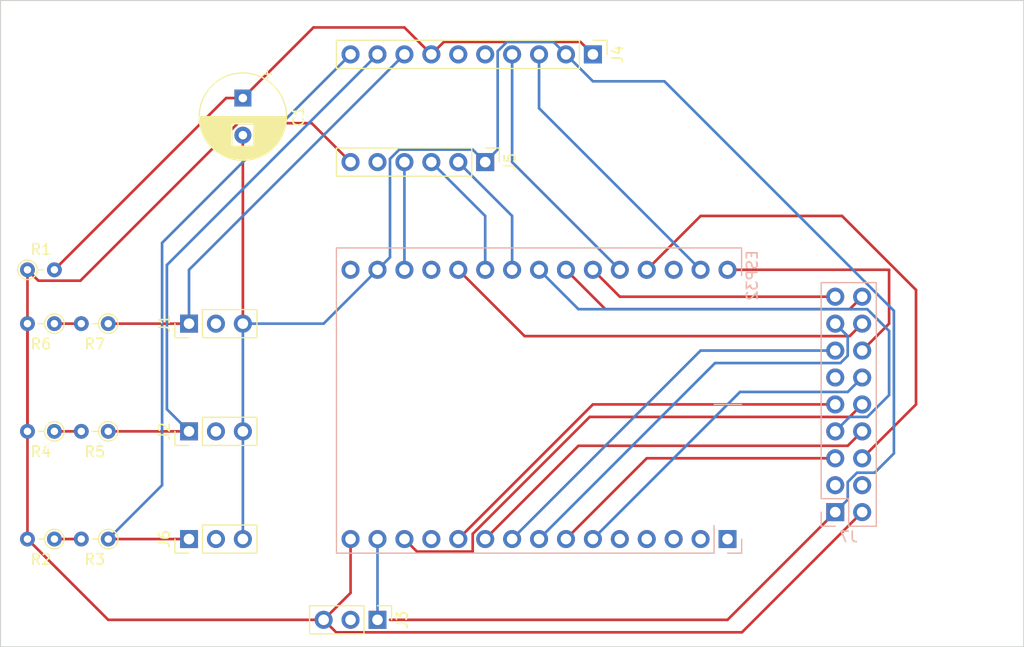
<source format=kicad_pcb>
(kicad_pcb (version 20221018) (generator pcbnew)
  (layers (0 "F.Cu" signal) (31 "B.Cu" signal) (34 "B.Paste" user) (35 "F.Paste" user) (36 "B.SilkS" user "B.Silkscreen") (37 "F.SilkS" user "F.Silkscreen") (38 "B.Mask" user) (39 "F.Mask" user) (44 "Edge.Cuts" user))
  (net 0 "")
  (net 3 "Net-(ESP32-GPIO3)")
  (net 4 "Net-(ESP32-GPIO4)")
  (net 5 "Net-(ESP32-GPIO5)")
  (net 7 "Net-(ESP32-GPIO13)")
  (net 8 "Net-(ESP32-GPIO14)")
  (net 9 "Net-(ESP32-GPIO15)")
  (net 10 "Net-(ESP32-GPIO16)")
  (net 11 "Net-(ESP32-GPIO17)")
  (net 12 "Net-(ESP32-GPIO18)")
  (net 13 "Net-(ESP32-GPIO19)")
  (net 14 "Net-(ESP32-GPIO21)")
  (net 15 "Net-(ESP32-GPIO22)")
  (net 16 "Net-(ESP32-GPIO23)")
  (net 17 "Net-(ESP32-GPIO25)")
  (net 18 "Net-(ESP32-GPIO26)")
  (net 19 "Net-(ESP32-GPIO27)")
  (net 20 "Net-(ESP32-5v_VIN)")
  (net 21 "Net-(R2-Pad1)")
  (net 22 "Net-(R4-Pad1)")
  (net 23 "Net-(R6-Pad1)")
  (net 24 "Net-(ESP32-GPIO33)")
  (net 25 "Net-(ESP32-GPIO32)")
  (net 31 "Net-(J4-A0)")
  (net 34 "Net-(J4-A3)")
  (net 40 "Net-(J1-GND)")
  (net 41 "Net-(J1-+)")
  (net 44 "Net-(J2-+)")
  (net 47 "Net-(J3-GND)")
  (footprint "Connector_PinHeader_2.54mm:PinHeader_1x03_P2.54mm_Vertical" (layer "F.Cu") (at 106.68 83.82 90)
    (fp_text reference "J2" (at 0 -2.33 90) (layer "F.SilkS"))
    (fp_text value "Probe1")
    (fp_line (start -1.33 -1.33) (end 0 -1.33) (stroke (width 0.12)) (layer "F.SilkS"))
    (fp_line (start -1.33 0) (end -1.33 -1.33) (stroke (width 0.12)) (layer "F.SilkS"))
    (fp_line (start -1.33 1.27) (end -1.33 6.41) (stroke (width 0.12)) (layer "F.SilkS"))
    (fp_line (start -1.33 1.27) (end 1.33 1.27) (stroke (width 0.12)) (layer "F.SilkS"))
    (fp_line (start -1.33 6.41) (end 1.33 6.41) (stroke (width 0.12)) (layer "F.SilkS"))
    (fp_line (start 1.33 1.27) (end 1.33 6.41) (stroke (width 0.12)) (layer "F.SilkS"))
    (pad "1" thru_hole rect (at 0 0 90) (size 1.7 1.7) (drill 1) (layers "*.Cu" "*.Mask") (net 44 "Net-(J2-+)"))
    (pad "2" thru_hole oval (at 0 2.54 90) (size 1.7 1.7) (drill 1) (layers "*.Cu" "*.Mask"))
    (pad "3" thru_hole oval (at 0 5.08 90) (size 1.7 1.7) (drill 1) (layers "*.Cu" "*.Mask") (net 40 "Net-(J1-GND)"))
  )
  (footprint "Connector_PinHeader_2.54mm:PinHeader_1x03_P2.54mm_Vertical" (layer "F.Cu") (at 106.68 93.98 90)
    (fp_text reference "J6" (at 0 -2.33 90) (layer "F.SilkS"))
    (fp_text value "Probe2")
    (fp_line (start -1.33 -1.33) (end 0 -1.33) (stroke (width 0.12)) (layer "F.SilkS"))
    (fp_line (start -1.33 0) (end -1.33 -1.33) (stroke (width 0.12)) (layer "F.SilkS"))
    (fp_line (start -1.33 1.27) (end -1.33 6.41) (stroke (width 0.12)) (layer "F.SilkS"))
    (fp_line (start -1.33 1.27) (end 1.33 1.27) (stroke (width 0.12)) (layer "F.SilkS"))
    (fp_line (start -1.33 6.41) (end 1.33 6.41) (stroke (width 0.12)) (layer "F.SilkS"))
    (fp_line (start 1.33 1.27) (end 1.33 6.41) (stroke (width 0.12)) (layer "F.SilkS"))
    (pad "1" thru_hole rect (at 0 0 90) (size 1.7 1.7) (drill 1) (layers "*.Cu" "*.Mask") (net 34 "Net-(J4-A3)"))
    (pad "2" thru_hole oval (at 0 2.54 90) (size 1.7 1.7) (drill 1) (layers "*.Cu" "*.Mask"))
    (pad "3" thru_hole oval (at 0 5.08 90) (size 1.7 1.7) (drill 1) (layers "*.Cu" "*.Mask") (net 40 "Net-(J1-GND)"))
  )
  (footprint "Connector_PinHeader_2.54mm:PinHeader_1x03_P2.54mm_Vertical" (layer "F.Cu") (at 106.68 73.66 90)
    (fp_text reference "J1" (at 0 -2.33 90) (layer "F.SilkS"))
    (fp_text value "TempMain")
    (fp_line (start -1.33 -1.33) (end 0 -1.33) (stroke (width 0.12)) (layer "F.SilkS"))
    (fp_line (start -1.33 0) (end -1.33 -1.33) (stroke (width 0.12)) (layer "F.SilkS"))
    (fp_line (start -1.33 1.27) (end -1.33 6.41) (stroke (width 0.12)) (layer "F.SilkS"))
    (fp_line (start -1.33 1.27) (end 1.33 1.27) (stroke (width 0.12)) (layer "F.SilkS"))
    (fp_line (start -1.33 6.41) (end 1.33 6.41) (stroke (width 0.12)) (layer "F.SilkS"))
    (fp_line (start 1.33 1.27) (end 1.33 6.41) (stroke (width 0.12)) (layer "F.SilkS"))
    (pad "1" thru_hole rect (at 0 0 90) (size 1.7 1.7) (drill 1) (layers "*.Cu" "*.Mask") (net 41 "Net-(J1-+)"))
    (pad "2" thru_hole oval (at 0 2.54 90) (size 1.7 1.7) (drill 1) (layers "*.Cu" "*.Mask"))
    (pad "3" thru_hole oval (at 0 5.08 90) (size 1.7 1.7) (drill 1) (layers "*.Cu" "*.Mask") (net 40 "Net-(J1-GND)"))
  )
  (footprint "Resistor_THT:R_Axial_DIN0204_L3.6mm_D1.6mm_P2.54mm_Vertical" (layer "F.Cu") (at 93.98 93.98 180)
    (fp_text reference "R2" (at 1.27 -1.92) (layer "F.SilkS"))
    (fp_text value "R_US")
    (fp_line (start 0.92 0) (end 1.54 0) (stroke (width 0.12)) (layer "F.SilkS"))
    (fp_circle (center 0 0) (end 0.92 0) (stroke (width 0.12)) (fill none) (layer "F.SilkS"))
    (pad "1" thru_hole circle (at 0 0 180) (size 1.4 1.4) (drill 0.7) (layers "*.Cu" "*.Mask") (net 21 "Net-(R2-Pad1)"))
    (pad "2" thru_hole oval (at 2.54 0 180) (size 1.4 1.4) (drill 0.7) (layers "*.Cu" "*.Mask") (net 20 "Net-(ESP32-5v_VIN)"))
  )
  (footprint "Resistor_THT:R_Axial_DIN0204_L3.6mm_D1.6mm_P2.54mm_Vertical" (layer "F.Cu") (at 99.06 93.98 180)
    (fp_text reference "R3" (at 1.27 -1.92) (layer "F.SilkS"))
    (fp_text value "R_US")
    (fp_line (start 0.92 0) (end 1.54 0) (stroke (width 0.12)) (layer "F.SilkS"))
    (fp_circle (center 0 0) (end 0.92 0) (stroke (width 0.12)) (fill none) (layer "F.SilkS"))
    (pad "1" thru_hole circle (at 0 0 180) (size 1.4 1.4) (drill 0.7) (layers "*.Cu" "*.Mask") (net 34 "Net-(J4-A3)"))
    (pad "2" thru_hole oval (at 2.54 0 180) (size 1.4 1.4) (drill 0.7) (layers "*.Cu" "*.Mask") (net 21 "Net-(R2-Pad1)"))
  )
  (footprint "Connector_PinHeader_2.54mm:PinHeader_1x06_P2.54mm_Vertical" (layer "F.Cu") (at 134.62 58.42 -90)
    (fp_text reference "J5" (at 0 -2.33 90) (layer "F.SilkS"))
    (fp_text value "RelayBoard")
    (fp_line (start -1.33 -1.33) (end 0 -1.33) (stroke (width 0.12)) (layer "F.SilkS"))
    (fp_line (start -1.33 0) (end -1.33 -1.33) (stroke (width 0.12)) (layer "F.SilkS"))
    (fp_line (start -1.33 1.27) (end -1.33 14.03) (stroke (width 0.12)) (layer "F.SilkS"))
    (fp_line (start -1.33 1.27) (end 1.33 1.27) (stroke (width 0.12)) (layer "F.SilkS"))
    (fp_line (start -1.33 14.03) (end 1.33 14.03) (stroke (width 0.12)) (layer "F.SilkS"))
    (fp_line (start 1.33 1.27) (end 1.33 14.03) (stroke (width 0.12)) (layer "F.SilkS"))
    (pad "1" thru_hole rect (at 0 0 270) (size 1.7 1.7) (drill 1) (layers "*.Cu" "*.Mask") (net 40 "Net-(J1-GND)"))
    (pad "2" thru_hole oval (at 0 2.54 270) (size 1.7 1.7) (drill 1) (layers "*.Cu" "*.Mask") (net 11 "Net-(ESP32-GPIO17)"))
    (pad "3" thru_hole oval (at 0 5.08 270) (size 1.7 1.7) (drill 1) (layers "*.Cu" "*.Mask") (net 10 "Net-(ESP32-GPIO16)"))
    (pad "4" thru_hole oval (at 0 7.62 270) (size 1.7 1.7) (drill 1) (layers "*.Cu" "*.Mask") (net 9 "Net-(ESP32-GPIO15)"))
    (pad "5" thru_hole oval (at 0 10.16 270) (size 1.7 1.7) (drill 1) (layers "*.Cu" "*.Mask"))
    (pad "6" thru_hole oval (at 0 12.7 270) (size 1.7 1.7) (drill 1) (layers "*.Cu" "*.Mask") (net 20 "Net-(ESP32-5v_VIN)"))
  )
  (footprint "Resistor_THT:R_Axial_DIN0204_L3.6mm_D1.6mm_P2.54mm_Vertical" (layer "F.Cu") (at 91.44 68.58)
    (fp_text reference "R1" (at 1.27 -1.92) (layer "F.SilkS"))
    (fp_text value "R_US")
    (fp_line (start 0.92 0) (end 1.54 0) (stroke (width 0.12)) (layer "F.SilkS"))
    (fp_circle (center 0 0) (end 0.92 0) (stroke (width 0.12)) (fill none) (layer "F.SilkS"))
    (pad "1" thru_hole circle (at 0 0) (size 1.4 1.4) (drill 0.7) (layers "*.Cu" "*.Mask") (net 20 "Net-(ESP32-5v_VIN)"))
    (pad "2" thru_hole oval (at 2.54 0) (size 1.4 1.4) (drill 0.7) (layers "*.Cu" "*.Mask") (net 31 "Net-(J4-A0)"))
  )
  (footprint "Resistor_THT:R_Axial_DIN0204_L3.6mm_D1.6mm_P2.54mm_Vertical" (layer "F.Cu") (at 99.06 73.66 180)
    (fp_text reference "R7" (at 1.27 -1.92) (layer "F.SilkS"))
    (fp_text value "R_US")
    (fp_line (start 0.92 0) (end 1.54 0) (stroke (width 0.12)) (layer "F.SilkS"))
    (fp_circle (center 0 0) (end 0.92 0) (stroke (width 0.12)) (fill none) (layer "F.SilkS"))
    (pad "1" thru_hole circle (at 0 0 180) (size 1.4 1.4) (drill 0.7) (layers "*.Cu" "*.Mask") (net 41 "Net-(J1-+)"))
    (pad "2" thru_hole oval (at 2.54 0 180) (size 1.4 1.4) (drill 0.7) (layers "*.Cu" "*.Mask") (net 23 "Net-(R6-Pad1)"))
  )
  (footprint "Resistor_THT:R_Axial_DIN0204_L3.6mm_D1.6mm_P2.54mm_Vertical" (layer "F.Cu") (at 93.98 83.82 180)
    (fp_text reference "R4" (at 1.27 -1.92) (layer "F.SilkS"))
    (fp_text value "R_US")
    (fp_line (start 0.92 0) (end 1.54 0) (stroke (width 0.12)) (layer "F.SilkS"))
    (fp_circle (center 0 0) (end 0.92 0) (stroke (width 0.12)) (fill none) (layer "F.SilkS"))
    (pad "1" thru_hole circle (at 0 0 180) (size 1.4 1.4) (drill 0.7) (layers "*.Cu" "*.Mask") (net 22 "Net-(R4-Pad1)"))
    (pad "2" thru_hole oval (at 2.54 0 180) (size 1.4 1.4) (drill 0.7) (layers "*.Cu" "*.Mask") (net 20 "Net-(ESP32-5v_VIN)"))
  )
  (footprint "Resistor_THT:R_Axial_DIN0204_L3.6mm_D1.6mm_P2.54mm_Vertical" (layer "F.Cu") (at 99.06 83.82 180)
    (fp_text reference "R5" (at 1.27 -1.92) (layer "F.SilkS"))
    (fp_text value "R_US")
    (fp_line (start 0.92 0) (end 1.54 0) (stroke (width 0.12)) (layer "F.SilkS"))
    (fp_circle (center 0 0) (end 0.92 0) (stroke (width 0.12)) (fill none) (layer "F.SilkS"))
    (pad "1" thru_hole circle (at 0 0 180) (size 1.4 1.4) (drill 0.7) (layers "*.Cu" "*.Mask") (net 44 "Net-(J2-+)"))
    (pad "2" thru_hole oval (at 2.54 0 180) (size 1.4 1.4) (drill 0.7) (layers "*.Cu" "*.Mask") (net 22 "Net-(R4-Pad1)"))
  )
  (footprint "Connector_PinHeader_2.54mm:PinHeader_1x03_P2.54mm_Vertical" (layer "F.Cu") (at 124.46 101.6 -90)
    (fp_text reference "J3" (at 0 -2.33 90) (layer "F.SilkS"))
    (fp_text value "PWR")
    (fp_line (start -1.33 -1.33) (end 0 -1.33) (stroke (width 0.12)) (layer "F.SilkS"))
    (fp_line (start -1.33 0) (end -1.33 -1.33) (stroke (width 0.12)) (layer "F.SilkS"))
    (fp_line (start -1.33 1.27) (end -1.33 6.41) (stroke (width 0.12)) (layer "F.SilkS"))
    (fp_line (start -1.33 1.27) (end 1.33 1.27) (stroke (width 0.12)) (layer "F.SilkS"))
    (fp_line (start -1.33 6.41) (end 1.33 6.41) (stroke (width 0.12)) (layer "F.SilkS"))
    (fp_line (start 1.33 1.27) (end 1.33 6.41) (stroke (width 0.12)) (layer "F.SilkS"))
    (pad "1" thru_hole rect (at 0 0 270) (size 1.7 1.7) (drill 1) (layers "*.Cu" "*.Mask") (net 47 "Net-(J3-GND)"))
    (pad "2" thru_hole oval (at 0 2.54 270) (size 1.7 1.7) (drill 1) (layers "*.Cu" "*.Mask"))
    (pad "3" thru_hole oval (at 0 5.08 270) (size 1.7 1.7) (drill 1) (layers "*.Cu" "*.Mask") (net 20 "Net-(ESP32-5v_VIN)"))
  )
  (footprint "Connector_PinHeader_2.54mm:PinHeader_1x10_P2.54mm_Vertical" (layer "F.Cu") (at 144.78 48.26 -90)
    (fp_text reference "J4" (at 0 -2.33 90) (layer "F.SilkS"))
    (fp_text value "ADSBoard")
    (fp_line (start -1.33 -1.33) (end 0 -1.33) (stroke (width 0.12)) (layer "F.SilkS"))
    (fp_line (start -1.33 0) (end -1.33 -1.33) (stroke (width 0.12)) (layer "F.SilkS"))
    (fp_line (start -1.33 1.27) (end -1.33 24.19) (stroke (width 0.12)) (layer "F.SilkS"))
    (fp_line (start -1.33 1.27) (end 1.33 1.27) (stroke (width 0.12)) (layer "F.SilkS"))
    (fp_line (start -1.33 24.19) (end 1.33 24.19) (stroke (width 0.12)) (layer "F.SilkS"))
    (fp_line (start 1.33 1.27) (end 1.33 24.19) (stroke (width 0.12)) (layer "F.SilkS"))
    (pad "1" thru_hole rect (at 0 0 270) (size 1.7 1.7) (drill 1) (layers "*.Cu" "*.Mask") (net 31 "Net-(J4-A0)"))
    (pad "2" thru_hole oval (at 0 2.54 270) (size 1.7 1.7) (drill 1) (layers "*.Cu" "*.Mask") (net 40 "Net-(J1-GND)"))
    (pad "3" thru_hole oval (at 0 5.08 270) (size 1.7 1.7) (drill 1) (layers "*.Cu" "*.Mask") (net 15 "Net-(ESP32-GPIO22)"))
    (pad "4" thru_hole oval (at 0 7.62 270) (size 1.7 1.7) (drill 1) (layers "*.Cu" "*.Mask") (net 14 "Net-(ESP32-GPIO21)"))
    (pad "5" thru_hole oval (at 0 10.16 270) (size 1.7 1.7) (drill 1) (layers "*.Cu" "*.Mask"))
    (pad "6" thru_hole oval (at 0 12.7 270) (size 1.7 1.7) (drill 1) (layers "*.Cu" "*.Mask"))
    (pad "7" thru_hole oval (at 0 15.24 270) (size 1.7 1.7) (drill 1) (layers "*.Cu" "*.Mask") (net 31 "Net-(J4-A0)"))
    (pad "8" thru_hole oval (at 0 17.78 270) (size 1.7 1.7) (drill 1) (layers "*.Cu" "*.Mask") (net 41 "Net-(J1-+)"))
    (pad "9" thru_hole oval (at 0 20.32 270) (size 1.7 1.7) (drill 1) (layers "*.Cu" "*.Mask") (net 44 "Net-(J2-+)"))
    (pad "10" thru_hole oval (at 0 22.86 270) (size 1.7 1.7) (drill 1) (layers "*.Cu" "*.Mask") (net 34 "Net-(J4-A3)"))
  )
  (footprint "Capacitor_THT:CP_Radial_D8.0mm_P3.50mm" (layer "F.Cu") (at 111.76 52.38 -90)
    (fp_text reference "C1" (at 1.75 -5.25 90) (layer "F.SilkS"))
    (fp_text value "C")
    (fp_line (start -2.659698 -2.315) (end -1.859698 -2.315) (stroke (width 0.12)) (layer "F.SilkS"))
    (fp_line (start -2.259698 -2.715) (end -2.259698 -1.915) (stroke (width 0.12)) (layer "F.SilkS"))
    (fp_line (start 1.75 -4.08) (end 1.75 4.08) (stroke (width 0.12)) (layer "F.SilkS"))
    (fp_line (start 1.79 -4.08) (end 1.79 4.08) (stroke (width 0.12)) (layer "F.SilkS"))
    (fp_line (start 1.83 -4.08) (end 1.83 4.08) (stroke (width 0.12)) (layer "F.SilkS"))
    (fp_line (start 1.87 -4.079) (end 1.87 4.079) (stroke (width 0.12)) (layer "F.SilkS"))
    (fp_line (start 1.91 -4.077) (end 1.91 4.077) (stroke (width 0.12)) (layer "F.SilkS"))
    (fp_line (start 1.95 -4.076) (end 1.95 4.076) (stroke (width 0.12)) (layer "F.SilkS"))
    (fp_line (start 1.99 -4.074) (end 1.99 4.074) (stroke (width 0.12)) (layer "F.SilkS"))
    (fp_line (start 2.03 -4.071) (end 2.03 4.071) (stroke (width 0.12)) (layer "F.SilkS"))
    (fp_line (start 2.07 -4.068) (end 2.07 4.068) (stroke (width 0.12)) (layer "F.SilkS"))
    (fp_line (start 2.11 -4.065) (end 2.11 4.065) (stroke (width 0.12)) (layer "F.SilkS"))
    (fp_line (start 2.15 -4.061) (end 2.15 4.061) (stroke (width 0.12)) (layer "F.SilkS"))
    (fp_line (start 2.19 -4.057) (end 2.19 4.057) (stroke (width 0.12)) (layer "F.SilkS"))
    (fp_line (start 2.23 -4.052) (end 2.23 4.052) (stroke (width 0.12)) (layer "F.SilkS"))
    (fp_line (start 2.27 -4.048) (end 2.27 4.048) (stroke (width 0.12)) (layer "F.SilkS"))
    (fp_line (start 2.31 -4.042) (end 2.31 4.042) (stroke (width 0.12)) (layer "F.SilkS"))
    (fp_line (start 2.35 -4.037) (end 2.35 4.037) (stroke (width 0.12)) (layer "F.SilkS"))
    (fp_line (start 2.39 -4.03) (end 2.39 4.03) (stroke (width 0.12)) (layer "F.SilkS"))
    (fp_line (start 2.43 -4.024) (end 2.43 4.024) (stroke (width 0.12)) (layer "F.SilkS"))
    (fp_line (start 2.471 -4.017) (end 2.471 -1.04) (stroke (width 0.12)) (layer "F.SilkS"))
    (fp_line (start 2.471 1.04) (end 2.471 4.017) (stroke (width 0.12)) (layer "F.SilkS"))
    (fp_line (start 2.511 -4.01) (end 2.511 -1.04) (stroke (width 0.12)) (layer "F.SilkS"))
    (fp_line (start 2.511 1.04) (end 2.511 4.01) (stroke (width 0.12)) (layer "F.SilkS"))
    (fp_line (start 2.551 -4.002) (end 2.551 -1.04) (stroke (width 0.12)) (layer "F.SilkS"))
    (fp_line (start 2.551 1.04) (end 2.551 4.002) (stroke (width 0.12)) (layer "F.SilkS"))
    (fp_line (start 2.591 -3.994) (end 2.591 -1.04) (stroke (width 0.12)) (layer "F.SilkS"))
    (fp_line (start 2.591 1.04) (end 2.591 3.994) (stroke (width 0.12)) (layer "F.SilkS"))
    (fp_line (start 2.631 -3.985) (end 2.631 -1.04) (stroke (width 0.12)) (layer "F.SilkS"))
    (fp_line (start 2.631 1.04) (end 2.631 3.985) (stroke (width 0.12)) (layer "F.SilkS"))
    (fp_line (start 2.671 -3.976) (end 2.671 -1.04) (stroke (width 0.12)) (layer "F.SilkS"))
    (fp_line (start 2.671 1.04) (end 2.671 3.976) (stroke (width 0.12)) (layer "F.SilkS"))
    (fp_line (start 2.711 -3.967) (end 2.711 -1.04) (stroke (width 0.12)) (layer "F.SilkS"))
    (fp_line (start 2.711 1.04) (end 2.711 3.967) (stroke (width 0.12)) (layer "F.SilkS"))
    (fp_line (start 2.751 -3.957) (end 2.751 -1.04) (stroke (width 0.12)) (layer "F.SilkS"))
    (fp_line (start 2.751 1.04) (end 2.751 3.957) (stroke (width 0.12)) (layer "F.SilkS"))
    (fp_line (start 2.791 -3.947) (end 2.791 -1.04) (stroke (width 0.12)) (layer "F.SilkS"))
    (fp_line (start 2.791 1.04) (end 2.791 3.947) (stroke (width 0.12)) (layer "F.SilkS"))
    (fp_line (start 2.831 -3.936) (end 2.831 -1.04) (stroke (width 0.12)) (layer "F.SilkS"))
    (fp_line (start 2.831 1.04) (end 2.831 3.936) (stroke (width 0.12)) (layer "F.SilkS"))
    (fp_line (start 2.871 -3.925) (end 2.871 -1.04) (stroke (width 0.12)) (layer "F.SilkS"))
    (fp_line (start 2.871 1.04) (end 2.871 3.925) (stroke (width 0.12)) (layer "F.SilkS"))
    (fp_line (start 2.911 -3.914) (end 2.911 -1.04) (stroke (width 0.12)) (layer "F.SilkS"))
    (fp_line (start 2.911 1.04) (end 2.911 3.914) (stroke (width 0.12)) (layer "F.SilkS"))
    (fp_line (start 2.951 -3.902) (end 2.951 -1.04) (stroke (width 0.12)) (layer "F.SilkS"))
    (fp_line (start 2.951 1.04) (end 2.951 3.902) (stroke (width 0.12)) (layer "F.SilkS"))
    (fp_line (start 2.991 -3.889) (end 2.991 -1.04) (stroke (width 0.12)) (layer "F.SilkS"))
    (fp_line (start 2.991 1.04) (end 2.991 3.889) (stroke (width 0.12)) (layer "F.SilkS"))
    (fp_line (start 3.031 -3.877) (end 3.031 -1.04) (stroke (width 0.12)) (layer "F.SilkS"))
    (fp_line (start 3.031 1.04) (end 3.031 3.877) (stroke (width 0.12)) (layer "F.SilkS"))
    (fp_line (start 3.071 -3.863) (end 3.071 -1.04) (stroke (width 0.12)) (layer "F.SilkS"))
    (fp_line (start 3.071 1.04) (end 3.071 3.863) (stroke (width 0.12)) (layer "F.SilkS"))
    (fp_line (start 3.111 -3.85) (end 3.111 -1.04) (stroke (width 0.12)) (layer "F.SilkS"))
    (fp_line (start 3.111 1.04) (end 3.111 3.85) (stroke (width 0.12)) (layer "F.SilkS"))
    (fp_line (start 3.151 -3.835) (end 3.151 -1.04) (stroke (width 0.12)) (layer "F.SilkS"))
    (fp_line (start 3.151 1.04) (end 3.151 3.835) (stroke (width 0.12)) (layer "F.SilkS"))
    (fp_line (start 3.191 -3.821) (end 3.191 -1.04) (stroke (width 0.12)) (layer "F.SilkS"))
    (fp_line (start 3.191 1.04) (end 3.191 3.821) (stroke (width 0.12)) (layer "F.SilkS"))
    (fp_line (start 3.231 -3.805) (end 3.231 -1.04) (stroke (width 0.12)) (layer "F.SilkS"))
    (fp_line (start 3.231 1.04) (end 3.231 3.805) (stroke (width 0.12)) (layer "F.SilkS"))
    (fp_line (start 3.271 -3.79) (end 3.271 -1.04) (stroke (width 0.12)) (layer "F.SilkS"))
    (fp_line (start 3.271 1.04) (end 3.271 3.79) (stroke (width 0.12)) (layer "F.SilkS"))
    (fp_line (start 3.311 -3.774) (end 3.311 -1.04) (stroke (width 0.12)) (layer "F.SilkS"))
    (fp_line (start 3.311 1.04) (end 3.311 3.774) (stroke (width 0.12)) (layer "F.SilkS"))
    (fp_line (start 3.351 -3.757) (end 3.351 -1.04) (stroke (width 0.12)) (layer "F.SilkS"))
    (fp_line (start 3.351 1.04) (end 3.351 3.757) (stroke (width 0.12)) (layer "F.SilkS"))
    (fp_line (start 3.391 -3.74) (end 3.391 -1.04) (stroke (width 0.12)) (layer "F.SilkS"))
    (fp_line (start 3.391 1.04) (end 3.391 3.74) (stroke (width 0.12)) (layer "F.SilkS"))
    (fp_line (start 3.431 -3.722) (end 3.431 -1.04) (stroke (width 0.12)) (layer "F.SilkS"))
    (fp_line (start 3.431 1.04) (end 3.431 3.722) (stroke (width 0.12)) (layer "F.SilkS"))
    (fp_line (start 3.471 -3.704) (end 3.471 -1.04) (stroke (width 0.12)) (layer "F.SilkS"))
    (fp_line (start 3.471 1.04) (end 3.471 3.704) (stroke (width 0.12)) (layer "F.SilkS"))
    (fp_line (start 3.511 -3.686) (end 3.511 -1.04) (stroke (width 0.12)) (layer "F.SilkS"))
    (fp_line (start 3.511 1.04) (end 3.511 3.686) (stroke (width 0.12)) (layer "F.SilkS"))
    (fp_line (start 3.551 -3.666) (end 3.551 -1.04) (stroke (width 0.12)) (layer "F.SilkS"))
    (fp_line (start 3.551 1.04) (end 3.551 3.666) (stroke (width 0.12)) (layer "F.SilkS"))
    (fp_line (start 3.591 -3.647) (end 3.591 -1.04) (stroke (width 0.12)) (layer "F.SilkS"))
    (fp_line (start 3.591 1.04) (end 3.591 3.647) (stroke (width 0.12)) (layer "F.SilkS"))
    (fp_line (start 3.631 -3.627) (end 3.631 -1.04) (stroke (width 0.12)) (layer "F.SilkS"))
    (fp_line (start 3.631 1.04) (end 3.631 3.627) (stroke (width 0.12)) (layer "F.SilkS"))
    (fp_line (start 3.671 -3.606) (end 3.671 -1.04) (stroke (width 0.12)) (layer "F.SilkS"))
    (fp_line (start 3.671 1.04) (end 3.671 3.606) (stroke (width 0.12)) (layer "F.SilkS"))
    (fp_line (start 3.711 -3.584) (end 3.711 -1.04) (stroke (width 0.12)) (layer "F.SilkS"))
    (fp_line (start 3.711 1.04) (end 3.711 3.584) (stroke (width 0.12)) (layer "F.SilkS"))
    (fp_line (start 3.751 -3.562) (end 3.751 -1.04) (stroke (width 0.12)) (layer "F.SilkS"))
    (fp_line (start 3.751 1.04) (end 3.751 3.562) (stroke (width 0.12)) (layer "F.SilkS"))
    (fp_line (start 3.791 -3.54) (end 3.791 -1.04) (stroke (width 0.12)) (layer "F.SilkS"))
    (fp_line (start 3.791 1.04) (end 3.791 3.54) (stroke (width 0.12)) (layer "F.SilkS"))
    (fp_line (start 3.831 -3.517) (end 3.831 -1.04) (stroke (width 0.12)) (layer "F.SilkS"))
    (fp_line (start 3.831 1.04) (end 3.831 3.517) (stroke (width 0.12)) (layer "F.SilkS"))
    (fp_line (start 3.871 -3.493) (end 3.871 -1.04) (stroke (width 0.12)) (layer "F.SilkS"))
    (fp_line (start 3.871 1.04) (end 3.871 3.493) (stroke (width 0.12)) (layer "F.SilkS"))
    (fp_line (start 3.911 -3.469) (end 3.911 -1.04) (stroke (width 0.12)) (layer "F.SilkS"))
    (fp_line (start 3.911 1.04) (end 3.911 3.469) (stroke (width 0.12)) (layer "F.SilkS"))
    (fp_line (start 3.951 -3.444) (end 3.951 -1.04) (stroke (width 0.12)) (layer "F.SilkS"))
    (fp_line (start 3.951 1.04) (end 3.951 3.444) (stroke (width 0.12)) (layer "F.SilkS"))
    (fp_line (start 3.991 -3.418) (end 3.991 -1.04) (stroke (width 0.12)) (layer "F.SilkS"))
    (fp_line (start 3.991 1.04) (end 3.991 3.418) (stroke (width 0.12)) (layer "F.SilkS"))
    (fp_line (start 4.031 -3.392) (end 4.031 -1.04) (stroke (width 0.12)) (layer "F.SilkS"))
    (fp_line (start 4.031 1.04) (end 4.031 3.392) (stroke (width 0.12)) (layer "F.SilkS"))
    (fp_line (start 4.071 -3.365) (end 4.071 -1.04) (stroke (width 0.12)) (layer "F.SilkS"))
    (fp_line (start 4.071 1.04) (end 4.071 3.365) (stroke (width 0.12)) (layer "F.SilkS"))
    (fp_line (start 4.111 -3.338) (end 4.111 -1.04) (stroke (width 0.12)) (layer "F.SilkS"))
    (fp_line (start 4.111 1.04) (end 4.111 3.338) (stroke (width 0.12)) (layer "F.SilkS"))
    (fp_line (start 4.151 -3.309) (end 4.151 -1.04) (stroke (width 0.12)) (layer "F.SilkS"))
    (fp_line (start 4.151 1.04) (end 4.151 3.309) (stroke (width 0.12)) (layer "F.SilkS"))
    (fp_line (start 4.191 -3.28) (end 4.191 -1.04) (stroke (width 0.12)) (layer "F.SilkS"))
    (fp_line (start 4.191 1.04) (end 4.191 3.28) (stroke (width 0.12)) (layer "F.SilkS"))
    (fp_line (start 4.231 -3.25) (end 4.231 -1.04) (stroke (width 0.12)) (layer "F.SilkS"))
    (fp_line (start 4.231 1.04) (end 4.231 3.25) (stroke (width 0.12)) (layer "F.SilkS"))
    (fp_line (start 4.271 -3.22) (end 4.271 -1.04) (stroke (width 0.12)) (layer "F.SilkS"))
    (fp_line (start 4.271 1.04) (end 4.271 3.22) (stroke (width 0.12)) (layer "F.SilkS"))
    (fp_line (start 4.311 -3.189) (end 4.311 -1.04) (stroke (width 0.12)) (layer "F.SilkS"))
    (fp_line (start 4.311 1.04) (end 4.311 3.189) (stroke (width 0.12)) (layer "F.SilkS"))
    (fp_line (start 4.351 -3.156) (end 4.351 -1.04) (stroke (width 0.12)) (layer "F.SilkS"))
    (fp_line (start 4.351 1.04) (end 4.351 3.156) (stroke (width 0.12)) (layer "F.SilkS"))
    (fp_line (start 4.391 -3.124) (end 4.391 -1.04) (stroke (width 0.12)) (layer "F.SilkS"))
    (fp_line (start 4.391 1.04) (end 4.391 3.124) (stroke (width 0.12)) (layer "F.SilkS"))
    (fp_line (start 4.431 -3.09) (end 4.431 -1.04) (stroke (width 0.12)) (layer "F.SilkS"))
    (fp_line (start 4.431 1.04) (end 4.431 3.09) (stroke (width 0.12)) (layer "F.SilkS"))
    (fp_line (start 4.471 -3.055) (end 4.471 -1.04) (stroke (width 0.12)) (layer "F.SilkS"))
    (fp_line (start 4.471 1.04) (end 4.471 3.055) (stroke (width 0.12)) (layer "F.SilkS"))
    (fp_line (start 4.511 -3.019) (end 4.511 -1.04) (stroke (width 0.12)) (layer "F.SilkS"))
    (fp_line (start 4.511 1.04) (end 4.511 3.019) (stroke (width 0.12)) (layer "F.SilkS"))
    (fp_line (start 4.551 -2.983) (end 4.551 2.983) (stroke (width 0.12)) (layer "F.SilkS"))
    (fp_line (start 4.591 -2.945) (end 4.591 2.945) (stroke (width 0.12)) (layer "F.SilkS"))
    (fp_line (start 4.631 -2.907) (end 4.631 2.907) (stroke (width 0.12)) (layer "F.SilkS"))
    (fp_line (start 4.671 -2.867) (end 4.671 2.867) (stroke (width 0.12)) (layer "F.SilkS"))
    (fp_line (start 4.711 -2.826) (end 4.711 2.826) (stroke (width 0.12)) (layer "F.SilkS"))
    (fp_line (start 4.751 -2.784) (end 4.751 2.784) (stroke (width 0.12)) (layer "F.SilkS"))
    (fp_line (start 4.791 -2.741) (end 4.791 2.741) (stroke (width 0.12)) (layer "F.SilkS"))
    (fp_line (start 4.831 -2.697) (end 4.831 2.697) (stroke (width 0.12)) (layer "F.SilkS"))
    (fp_line (start 4.871 -2.651) (end 4.871 2.651) (stroke (width 0.12)) (layer "F.SilkS"))
    (fp_line (start 4.911 -2.604) (end 4.911 2.604) (stroke (width 0.12)) (layer "F.SilkS"))
    (fp_line (start 4.951 -2.556) (end 4.951 2.556) (stroke (width 0.12)) (layer "F.SilkS"))
    (fp_line (start 4.991 -2.505) (end 4.991 2.505) (stroke (width 0.12)) (layer "F.SilkS"))
    (fp_line (start 5.031 -2.454) (end 5.031 2.454) (stroke (width 0.12)) (layer "F.SilkS"))
    (fp_line (start 5.071 -2.4) (end 5.071 2.4) (stroke (width 0.12)) (layer "F.SilkS"))
    (fp_line (start 5.111 -2.345) (end 5.111 2.345) (stroke (width 0.12)) (layer "F.SilkS"))
    (fp_line (start 5.151 -2.287) (end 5.151 2.287) (stroke (width 0.12)) (layer "F.SilkS"))
    (fp_line (start 5.191 -2.228) (end 5.191 2.228) (stroke (width 0.12)) (layer "F.SilkS"))
    (fp_line (start 5.231 -2.166) (end 5.231 2.166) (stroke (width 0.12)) (layer "F.SilkS"))
    (fp_line (start 5.271 -2.102) (end 5.271 2.102) (stroke (width 0.12)) (layer "F.SilkS"))
    (fp_line (start 5.311 -2.034) (end 5.311 2.034) (stroke (width 0.12)) (layer "F.SilkS"))
    (fp_line (start 5.351 -1.964) (end 5.351 1.964) (stroke (width 0.12)) (layer "F.SilkS"))
    (fp_line (start 5.391 -1.89) (end 5.391 1.89) (stroke (width 0.12)) (layer "F.SilkS"))
    (fp_line (start 5.431 -1.813) (end 5.431 1.813) (stroke (width 0.12)) (layer "F.SilkS"))
    (fp_line (start 5.471 -1.731) (end 5.471 1.731) (stroke (width 0.12)) (layer "F.SilkS"))
    (fp_line (start 5.511 -1.645) (end 5.511 1.645) (stroke (width 0.12)) (layer "F.SilkS"))
    (fp_line (start 5.551 -1.552) (end 5.551 1.552) (stroke (width 0.12)) (layer "F.SilkS"))
    (fp_line (start 5.591 -1.453) (end 5.591 1.453) (stroke (width 0.12)) (layer "F.SilkS"))
    (fp_line (start 5.631 -1.346) (end 5.631 1.346) (stroke (width 0.12)) (layer "F.SilkS"))
    (fp_line (start 5.671 -1.229) (end 5.671 1.229) (stroke (width 0.12)) (layer "F.SilkS"))
    (fp_line (start 5.711 -1.098) (end 5.711 1.098) (stroke (width 0.12)) (layer "F.SilkS"))
    (fp_line (start 5.751 -0.948) (end 5.751 0.948) (stroke (width 0.12)) (layer "F.SilkS"))
    (fp_line (start 5.791 -0.768) (end 5.791 0.768) (stroke (width 0.12)) (layer "F.SilkS"))
    (fp_line (start 5.831 -0.533) (end 5.831 0.533) (stroke (width 0.12)) (layer "F.SilkS"))
    (fp_circle (center 1.75 0) (end 5.87 0) (stroke (width 0.12)) (fill none) (layer "F.SilkS"))
    (pad "1" thru_hole rect (at 0 0 270) (size 1.6 1.6) (drill 0.8) (layers "*.Cu" "*.Mask") (net 31 "Net-(J4-A0)"))
    (pad "2" thru_hole circle (at 3.5 0 270) (size 1.6 1.6) (drill 0.8) (layers "*.Cu" "*.Mask") (net 40 "Net-(J1-GND)"))
  )
  (footprint "Resistor_THT:R_Axial_DIN0204_L3.6mm_D1.6mm_P2.54mm_Vertical" (layer "F.Cu") (at 93.98 73.66 180)
    (fp_text reference "R6" (at 1.27 -1.92) (layer "F.SilkS"))
    (fp_text value "R_US")
    (fp_line (start 0.92 0) (end 1.54 0) (stroke (width 0.12)) (layer "F.SilkS"))
    (fp_circle (center 0 0) (end 0.92 0) (stroke (width 0.12)) (fill none) (layer "F.SilkS"))
    (pad "1" thru_hole circle (at 0 0 180) (size 1.4 1.4) (drill 0.7) (layers "*.Cu" "*.Mask") (net 23 "Net-(R6-Pad1)"))
    (pad "2" thru_hole oval (at 2.54 0 180) (size 1.4 1.4) (drill 0.7) (layers "*.Cu" "*.Mask") (net 20 "Net-(ESP32-5v_VIN)"))
  )
  (footprint "esp32 pinheader:ESP32 PinHeader_2x15_P2.54mm_Vertical" (layer "B.Cu") (at 157.48 93.98 90)
    (fp_text reference "ESP32" (at 24.86 2.325 90) (layer "B.SilkS") (effects (justify mirror)))
    (fp_text value "J1")
    (fp_line (start -1.33 -36.89) (end 27.46 -36.895) (stroke (width 0.12)) (layer "B.SilkS"))
    (fp_line (start -1.33 -1.27) (end -1.33 -36.89) (stroke (width 0.12)) (layer "B.SilkS"))
    (fp_line (start -1.33 -1.27) (end 1.27 -1.27) (stroke (width 0.12)) (layer "B.SilkS"))
    (fp_line (start -1.33 0) (end -1.33 1.33) (stroke (width 0.12)) (layer "B.SilkS"))
    (fp_line (start -1.33 1.33) (end 0 1.33) (stroke (width 0.12)) (layer "B.SilkS"))
    (fp_line (start 12.7 -1.27) (end 12.7 1.33) (stroke (width 0.12)) (layer "B.SilkS"))
    (fp_line (start 24.86 1.325) (end 27.46 1.325) (stroke (width 0.12)) (layer "B.SilkS"))
    (fp_line (start 27.46 1.325) (end 27.46 -36.895) (stroke (width 0.12)) (layer "B.SilkS"))
    (pad "1" thru_hole oval (at 25.4 -5.08 90) (size 1.7 1.7) (drill 1) (layers "*.Cu" "*.Mask"))
    (pad "2" thru_hole oval (at 25.4 -27.94 90) (size 1.7 1.7) (drill 1) (layers "*.Cu" "*.Mask"))
    (pad "3" thru_hole oval (at 25.4 -7.62 90) (size 1.7 1.7) (drill 1) (layers "*.Cu" "*.Mask") (net 3 "Net-(ESP32-GPIO3)"))
    (pad "4" thru_hole oval (at 25.4 -25.4 90) (size 1.7 1.7) (drill 1) (layers "*.Cu" "*.Mask") (net 4 "Net-(ESP32-GPIO4)"))
    (pad "5" thru_hole oval (at 25.4 -17.78 90) (size 1.7 1.7) (drill 1) (layers "*.Cu" "*.Mask") (net 5 "Net-(ESP32-GPIO5)"))
    (pad "12" thru_hole oval (at 0 -27.94 90) (size 1.7 1.7) (drill 1) (layers "*.Cu" "*.Mask"))
    (pad "13" thru_hole oval (at 0 -30.48 90) (size 1.7 1.7) (drill 1) (layers "*.Cu" "*.Mask") (net 7 "Net-(ESP32-GPIO13)"))
    (pad "14" thru_hole oval (at 0 -25.4 90) (size 1.7 1.7) (drill 1) (layers "*.Cu" "*.Mask") (net 8 "Net-(ESP32-GPIO14)"))
    (pad "15" thru_hole oval (at 25.4 -30.48 90) (size 1.7 1.7) (drill 1) (layers "*.Cu" "*.Mask") (net 9 "Net-(ESP32-GPIO15)"))
    (pad "16" thru_hole oval (at 25.4 -22.86 90) (size 1.7 1.7) (drill 1) (layers "*.Cu" "*.Mask") (net 10 "Net-(ESP32-GPIO16)"))
    (pad "17" thru_hole oval (at 25.4 -20.32 90) (size 1.7 1.7) (drill 1) (layers "*.Cu" "*.Mask") (net 11 "Net-(ESP32-GPIO17)"))
    (pad "18" thru_hole oval (at 25.4 -15.24 90) (size 1.7 1.7) (drill 1) (layers "*.Cu" "*.Mask") (net 12 "Net-(ESP32-GPIO18)"))
    (pad "19" thru_hole oval (at 25.4 -12.7 90) (size 1.7 1.7) (drill 1) (layers "*.Cu" "*.Mask") (net 13 "Net-(ESP32-GPIO19)"))
    (pad "21" thru_hole oval (at 25.4 -10.16 90) (size 1.7 1.7) (drill 1) (layers "*.Cu" "*.Mask") (net 14 "Net-(ESP32-GPIO21)"))
    (pad "22" thru_hole oval (at 25.4 -2.54 90) (size 1.7 1.7) (drill 1) (layers "*.Cu" "*.Mask") (net 15 "Net-(ESP32-GPIO22)"))
    (pad "23" thru_hole oval (at 25.4 0 90) (size 1.7 1.7) (drill 1) (layers "*.Cu" "*.Mask") (net 16 "Net-(ESP32-GPIO23)"))
    (pad "25" thru_hole oval (at 0 -17.78 90) (size 1.7 1.7) (drill 1) (layers "*.Cu" "*.Mask") (net 17 "Net-(ESP32-GPIO25)"))
    (pad "26" thru_hole oval (at 0 -20.32 90) (size 1.7 1.7) (drill 1) (layers "*.Cu" "*.Mask") (net 18 "Net-(ESP32-GPIO26)"))
    (pad "27" thru_hole oval (at 0 -22.86 90) (size 1.7 1.7) (drill 1) (layers "*.Cu" "*.Mask") (net 19 "Net-(ESP32-GPIO27)"))
    (pad "32" thru_hole oval (at 0 -12.7 90) (size 1.7 1.7) (drill 1) (layers "*.Cu" "*.Mask") (net 25 "Net-(ESP32-GPIO32)"))
    (pad "33" thru_hole oval (at 0 -15.24 90) (size 1.7 1.7) (drill 1) (layers "*.Cu" "*.Mask") (net 24 "Net-(ESP32-GPIO33)"))
    (pad "34" thru_hole oval (at 0 -7.62 90) (size 1.7 1.7) (drill 1) (layers "*.Cu" "*.Mask"))
    (pad "35" thru_hole oval (at 0 -10.16 90) (size 1.7 1.7) (drill 1) (layers "*.Cu" "*.Mask"))
    (pad "36" thru_hole oval (at 0 -2.54 90) (size 1.7 1.7) (drill 1) (layers "*.Cu" "*.Mask"))
    (pad "39" thru_hole oval (at 0 -5.08 90) (size 1.7 1.7) (drill 1) (layers "*.Cu" "*.Mask"))
    (pad "60" thru_hole rect (at 0 0 90) (size 1.7 1.7) (drill 1) (layers "*.Cu" "*.Mask"))
    (pad "61" thru_hole oval (at 0 -33.02 90) (size 1.7 1.7) (drill 1) (layers "*.Cu" "*.Mask") (net 47 "Net-(J3-GND)"))
    (pad "62" thru_hole oval (at 25.4 -33.02 90) (size 1.7 1.7) (drill 1) (layers "*.Cu" "*.Mask") (net 40 "Net-(J1-GND)"))
    (pad "63" thru_hole oval (at 0 -35.56 90) (size 1.7 1.7) (drill 1) (layers "*.Cu" "*.Mask") (net 20 "Net-(ESP32-5v_VIN)"))
    (pad "64" thru_hole oval (at 25.4 -35.56 90) (size 1.7 1.7) (drill 1) (layers "*.Cu" "*.Mask"))
  )
  (footprint "Connector_PinHeader_2.54mm:PinHeader_2x09_P2.54mm_Vertical" (layer "B.Cu") (at 167.64 91.44)
    (fp_text reference "J7" (at 1.27 2.33 -360) (layer "B.SilkS") (effects (justify mirror)))
    (fp_text value "BTTBoard")
    (fp_line (start -1.33 -21.65) (end 3.87 -21.65) (stroke (width 0.12)) (layer "B.SilkS"))
    (fp_line (start -1.33 -1.27) (end -1.33 -21.65) (stroke (width 0.12)) (layer "B.SilkS"))
    (fp_line (start -1.33 -1.27) (end 1.27 -1.27) (stroke (width 0.12)) (layer "B.SilkS"))
    (fp_line (start -1.33 0) (end -1.33 1.33) (stroke (width 0.12)) (layer "B.SilkS"))
    (fp_line (start -1.33 1.33) (end 0 1.33) (stroke (width 0.12)) (layer "B.SilkS"))
    (fp_line (start 1.27 -1.27) (end 1.27 1.33) (stroke (width 0.12)) (layer "B.SilkS"))
    (fp_line (start 1.27 1.33) (end 3.87 1.33) (stroke (width 0.12)) (layer "B.SilkS"))
    (fp_line (start 3.87 1.33) (end 3.87 -21.65) (stroke (width 0.12)) (layer "B.SilkS"))
    (pad "1" thru_hole rect (at 0 0) (size 1.7 1.7) (drill 1) (layers "*.Cu" "*.Mask") (net 40 "Net-(J1-GND)"))
    (pad "2" thru_hole oval (at 2.54 0) (size 1.7 1.7) (drill 1) (layers "*.Cu" "*.Mask") (net 20 "Net-(ESP32-5v_VIN)"))
    (pad "3" thru_hole oval (at 0 -2.54) (size 1.7 1.7) (drill 1) (layers "*.Cu" "*.Mask"))
    (pad "4" thru_hole oval (at 2.54 -2.54) (size 1.7 1.7) (drill 1) (layers "*.Cu" "*.Mask"))
    (pad "5" thru_hole oval (at 0 -5.08) (size 1.7 1.7) (drill 1) (layers "*.Cu" "*.Mask") (net 24 "Net-(ESP32-GPIO33)"))
    (pad "6" thru_hole oval (at 2.54 -5.08) (size 1.7 1.7) (drill 1) (layers "*.Cu" "*.Mask") (net 3 "Net-(ESP32-GPIO3)"))
    (pad "7" thru_hole oval (at 0 -7.62) (size 1.7 1.7) (drill 1) (layers "*.Cu" "*.Mask") (net 5 "Net-(ESP32-GPIO5)"))
    (pad "8" thru_hole oval (at 2.54 -7.62) (size 1.7 1.7) (drill 1) (layers "*.Cu" "*.Mask") (net 19 "Net-(ESP32-GPIO27)"))
    (pad "9" thru_hole oval (at 0 -10.16) (size 1.7 1.7) (drill 1) (layers "*.Cu" "*.Mask") (net 8 "Net-(ESP32-GPIO14)"))
    (pad "10" thru_hole oval (at 2.54 -10.16) (size 1.7 1.7) (drill 1) (layers "*.Cu" "*.Mask") (net 7 "Net-(ESP32-GPIO13)"))
    (pad "11" thru_hole oval (at 0 -12.7) (size 1.7 1.7) (drill 1) (layers "*.Cu" "*.Mask"))
    (pad "12" thru_hole oval (at 2.54 -12.7) (size 1.7 1.7) (drill 1) (layers "*.Cu" "*.Mask") (net 25 "Net-(ESP32-GPIO32)"))
    (pad "13" thru_hole oval (at 0 -15.24) (size 1.7 1.7) (drill 1) (layers "*.Cu" "*.Mask") (net 18 "Net-(ESP32-GPIO26)"))
    (pad "14" thru_hole oval (at 2.54 -15.24) (size 1.7 1.7) (drill 1) (layers "*.Cu" "*.Mask") (net 16 "Net-(ESP32-GPIO23)"))
    (pad "15" thru_hole oval (at 0 -17.78) (size 1.7 1.7) (drill 1) (layers "*.Cu" "*.Mask") (net 17 "Net-(ESP32-GPIO25)"))
    (pad "16" thru_hole oval (at 2.54 -17.78) (size 1.7 1.7) (drill 1) (layers "*.Cu" "*.Mask") (net 4 "Net-(ESP32-GPIO4)"))
    (pad "17" thru_hole oval (at 0 -20.32) (size 1.7 1.7) (drill 1) (layers "*.Cu" "*.Mask") (net 13 "Net-(ESP32-GPIO19)"))
    (pad "18" thru_hole oval (at 2.54 -20.32) (size 1.7 1.7) (drill 1) (layers "*.Cu" "*.Mask") (net 12 "Net-(ESP32-GPIO18)"))
  )
  (gr_rect (start 88.9 43.18) (end 185.42 104.14) (stroke (width 0.1)) (fill none) (layer "Edge.Cuts"))
  (segment (start 149.86 68.58) (end 154.94 63.5) (width 0.25) (layer "F.Cu") (net 3))
  (segment (start 168.280922 63.5) (end 175.26 70.479078) (width 0.25) (layer "F.Cu") (net 3))
  (segment (start 175.26 70.479078) (end 175.26 81.28) (width 0.25) (layer "F.Cu") (net 3))
  (segment (start 175.26 81.28) (end 170.18 86.36) (width 0.25) (layer "F.Cu") (net 3))
  (segment (start 154.94 63.5) (end 168.280922 63.5) (width 0.25) (layer "F.Cu") (net 3))
  (segment (start 132.08 68.58) (end 138.3382 74.8382) (width 0.25) (layer "F.Cu") (net 4))
  (segment (start 138.3382 74.8382) (end 169.0018 74.8382) (width 0.25) (layer "F.Cu") (net 4))
  (segment (start 169.0018 74.8382) (end 170.18 73.66) (width 0.25) (layer "F.Cu") (net 4))
  (segment (start 170.668027 72.2982) (end 143.4182 72.2982) (width 0.25) (layer "B.Cu") (net 5))
  (segment (start 167.64 83.82) (end 169.0018 82.4582) (width 0.25) (layer "B.Cu") (net 5))
  (segment (start 172.72 80.406227) (end 172.72 74.350173) (width 0.25) (layer "B.Cu") (net 5))
  (segment (start 170.668027 82.4582) (end 172.72 80.406227) (width 0.25) (layer "B.Cu") (net 5))
  (segment (start 172.72 74.350173) (end 170.668027 72.2982) (width 0.25) (layer "B.Cu") (net 5))
  (segment (start 143.4182 72.2982) (end 139.7 68.58) (width 0.25) (layer "B.Cu") (net 5))
  (segment (start 169.0018 82.4582) (end 170.668027 82.4582) (width 0.25) (layer "B.Cu") (net 5))
  (segment (start 144.475573 82.4582) (end 169.0018 82.4582) (width 0.25) (layer "F.Cu") (net 7))
  (segment (start 133.4418 93.491973) (end 144.475573 82.4582) (width 0.25) (layer "F.Cu") (net 7))
  (segment (start 169.0018 82.4582) (end 170.18 81.28) (width 0.25) (layer "F.Cu") (net 7))
  (segment (start 127 93.98) (end 128.1782 95.1582) (width 0.25) (layer "F.Cu") (net 7))
  (segment (start 128.1782 95.1582) (end 133.4418 95.1582) (width 0.25) (layer "F.Cu") (net 7))
  (segment (start 133.4418 95.1582) (end 133.4418 93.491973) (width 0.25) (layer "F.Cu") (net 7))
  (segment (start 144.78 81.28) (end 132.08 93.98) (width 0.25) (layer "F.Cu") (net 8))
  (segment (start 167.64 81.28) (end 144.78 81.28) (width 0.25) (layer "F.Cu") (net 8))
  (segment (start 127 58.42) (end 127 68.58) (width 0.25) (layer "B.Cu") (net 9))
  (segment (start 134.62 63.5) (end 134.62 68.58) (width 0.25) (layer "B.Cu") (net 10))
  (segment (start 129.54 58.42) (end 134.62 63.5) (width 0.25) (layer "B.Cu") (net 10))
  (segment (start 137.16 63.5) (end 137.16 68.58) (width 0.25) (layer "B.Cu") (net 11))
  (segment (start 132.08 58.42) (end 137.16 63.5) (width 0.25) (layer "B.Cu") (net 11))
  (segment (start 145.9582 72.2982) (end 142.24 68.58) (width 0.25) (layer "F.Cu") (net 12))
  (segment (start 169.0018 72.2982) (end 145.9582 72.2982) (width 0.25) (layer "F.Cu") (net 12))
  (segment (start 170.18 71.12) (end 169.0018 72.2982) (width 0.25) (layer "F.Cu") (net 12))
  (segment (start 144.78 68.58) (end 147.32 71.12) (width 0.25) (layer "F.Cu") (net 13))
  (segment (start 147.32 71.12) (end 167.64 71.12) (width 0.25) (layer "F.Cu") (net 13))
  (segment (start 137.16 48.26) (end 137.16 58.42) (width 0.25) (layer "B.Cu") (net 14))
  (segment (start 137.16 58.42) (end 147.32 68.58) (width 0.25) (layer "B.Cu") (net 14))
  (segment (start 139.7 53.34) (end 154.94 68.58) (width 0.25) (layer "B.Cu") (net 15))
  (segment (start 139.7 48.26) (end 139.7 53.34) (width 0.25) (layer "B.Cu") (net 15))
  (segment (start 157.48 68.58) (end 172.72 68.58) (width 0.25) (layer "F.Cu") (net 16))
  (segment (start 172.72 68.58) (end 172.72 73.66) (width 0.25) (layer "F.Cu") (net 16))
  (segment (start 172.72 73.66) (end 170.18 76.2) (width 0.25) (layer "F.Cu") (net 16))
  (segment (start 168.128027 77.3782) (end 156.3018 77.3782) (width 0.25) (layer "B.Cu") (net 17))
  (segment (start 156.3018 77.3782) (end 139.7 93.98) (width 0.25) (layer "B.Cu") (net 17))
  (segment (start 168.8182 74.8382) (end 168.8182 76.688027) (width 0.25) (layer "B.Cu") (net 17))
  (segment (start 168.8182 76.688027) (end 168.128027 77.3782) (width 0.25) (layer "B.Cu") (net 17))
  (segment (start 167.64 73.66) (end 168.8182 74.8382) (width 0.25) (layer "B.Cu") (net 17))
  (segment (start 154.94 76.2) (end 137.16 93.98) (width 0.25) (layer "B.Cu") (net 18))
  (segment (start 167.64 76.2) (end 154.94 76.2) (width 0.25) (layer "B.Cu") (net 18))
  (segment (start 170.18 83.82) (end 168.8182 85.1818) (width 0.25) (layer "F.Cu") (net 19))
  (segment (start 168.8182 85.1818) (end 143.4182 85.1818) (width 0.25) (layer "F.Cu") (net 19))
  (segment (start 143.4182 85.1818) (end 134.62 93.98) (width 0.25) (layer "F.Cu") (net 19))
  (segment (start 91.44 93.98) (end 99.06 101.6) (width 0.25) (layer "F.Cu") (net 20))
  (segment (start 118.2518 54.7518) (end 121.92 58.42) (width 0.25) (layer "F.Cu") (net 20))
  (segment (start 170.18 91.44) (end 158.8418 102.7782) (width 0.25) (layer "F.Cu") (net 20))
  (segment (start 111.292684 54.7518) (end 118.2518 54.7518) (width 0.25) (layer "F.Cu") (net 20))
  (segment (start 91.44 73.66) (end 91.44 83.82) (width 0.25) (layer "F.Cu") (net 20))
  (segment (start 121.92 99.06) (end 121.92 93.98) (width 0.25) (layer "F.Cu") (net 20))
  (segment (start 91.44 83.82) (end 91.44 68.58) (width 0.25) (layer "F.Cu") (net 20))
  (segment (start 96.436284 69.6082) (end 111.292684 54.7518) (width 0.25) (layer "F.Cu") (net 20))
  (segment (start 158.8418 102.7782) (end 120.5582 102.7782) (width 0.25) (layer "F.Cu") (net 20))
  (segment (start 119.38 101.6) (end 121.92 99.06) (width 0.25) (layer "F.Cu") (net 20))
  (segment (start 91.44 68.58) (end 92.4682 69.6082) (width 0.25) (layer "F.Cu") (net 20))
  (segment (start 91.44 83.82) (end 91.44 93.98) (width 0.25) (layer "F.Cu") (net 20))
  (segment (start 92.4682 69.6082) (end 96.436284 69.6082) (width 0.25) (layer "F.Cu") (net 20))
  (segment (start 120.5582 102.7782) (end 119.38 101.6) (width 0.25) (layer "F.Cu") (net 20))
  (segment (start 99.06 101.6) (end 119.38 101.6) (width 0.25) (layer "F.Cu") (net 20))
  (segment (start 93.98 93.98) (end 96.52 93.98) (width 0.25) (layer "F.Cu") (net 21))
  (segment (start 96.52 83.82) (end 93.98 83.82) (width 0.25) (layer "F.Cu") (net 22))
  (segment (start 96.52 73.66) (end 93.98 73.66) (width 0.25) (layer "F.Cu") (net 23))
  (segment (start 167.64 86.36) (end 149.86 86.36) (width 0.25) (layer "F.Cu") (net 24))
  (segment (start 149.86 86.36) (end 142.24 93.98) (width 0.25) (layer "F.Cu") (net 24))
  (segment (start 158.6582 80.1018) (end 144.78 93.98) (width 0.25) (layer "B.Cu") (net 25))
  (segment (start 168.8182 80.1018) (end 158.6582 80.1018) (width 0.25) (layer "B.Cu") (net 25))
  (segment (start 170.18 78.74) (end 168.8182 80.1018) (width 0.25) (layer "B.Cu") (net 25))
  (segment (start 130.7182 47.0818) (end 143.6018 47.0818) (width 0.25) (layer "F.Cu") (net 31))
  (segment (start 118.42 45.72) (end 127 45.72) (width 0.25) (layer "F.Cu") (net 31))
  (segment (start 127 45.72) (end 129.54 48.26) (width 0.25) (layer "F.Cu") (net 31))
  (segment (start 111.76 52.38) (end 118.42 45.72) (width 0.25) (layer "F.Cu") (net 31))
  (segment (start 110.18 52.38) (end 111.76 52.38) (width 0.25) (layer "F.Cu") (net 31))
  (segment (start 129.54 48.26) (end 130.7182 47.0818) (width 0.25) (layer "F.Cu") (net 31))
  (segment (start 143.6018 47.0818) (end 144.78 48.26) (width 0.25) (layer "F.Cu") (net 31))
  (segment (start 93.98 68.58) (end 110.18 52.38) (width 0.25) (layer "F.Cu") (net 31))
  (segment (start 99.06 93.98) (end 106.68 93.98) (width 0.25) (layer "F.Cu") (net 34))
  (segment (start 104.14 88.9) (end 99.06 93.98) (width 0.25) (layer "B.Cu") (net 34))
  (segment (start 121.92 48.26) (end 104.14 66.04) (width 0.25) (layer "B.Cu") (net 34))
  (segment (start 104.14 66.04) (end 104.14 88.9) (width 0.25) (layer "B.Cu") (net 34))
  (segment (start 167.64 91.44) (end 157.48 101.6) (width 0.25) (layer "F.Cu") (net 40))
  (segment (start 157.48 101.6) (end 125.6382 101.6) (width 0.25) (layer "F.Cu") (net 40))
  (segment (start 111.76 55.88) (end 111.76 73.66) (width 0.25) (layer "F.Cu") (net 40))
  (segment (start 173.1732 85.9068) (end 173.1732 72.446973) (width 0.25) (layer "B.Cu") (net 40))
  (segment (start 173.1732 72.446973) (end 151.526227 50.8) (width 0.25) (layer "B.Cu") (net 40))
  (segment (start 135.7982 57.2418) (end 135.7982 47.955573) (width 0.25) (layer "B.Cu") (net 40))
  (segment (start 168.8182 90.2618) (end 168.8182 88.595573) (width 0.25) (layer "B.Cu") (net 40))
  (segment (start 125.6382 67.4018) (end 125.6382 58.115573) (width 0.25) (layer "B.Cu") (net 40))
  (segment (start 111.76 93.98) (end 111.76 83.82) (width 0.25) (layer "B.Cu") (net 40))
  (segment (start 169.691973 87.7218) (end 171.3582 87.7218) (width 0.25) (layer "B.Cu") (net 40))
  (segment (start 136.671973 47.0818) (end 141.0618 47.0818) (width 0.25) (layer "B.Cu") (net 40))
  (segment (start 111.76 83.82) (end 111.76 73.66) (width 0.25) (layer "B.Cu") (net 40))
  (segment (start 168.8182 88.595573) (end 169.691973 87.7218) (width 0.25) (layer "B.Cu") (net 40))
  (segment (start 119.38 73.66) (end 124.46 68.58) (width 0.25) (layer "B.Cu") (net 40))
  (segment (start 124.46 68.58) (end 125.6382 67.4018) (width 0.25) (layer "B.Cu") (net 40))
  (segment (start 144.78 50.8) (end 142.24 48.26) (width 0.25) (layer "B.Cu") (net 40))
  (segment (start 111.76 73.66) (end 119.38 73.66) (width 0.25) (layer "B.Cu") (net 40))
  (segment (start 134.62 58.42) (end 135.7982 57.2418) (width 0.25) (layer "B.Cu") (net 40))
  (segment (start 141.0618 47.0818) (end 142.24 48.26) (width 0.25) (layer "B.Cu") (net 40))
  (segment (start 151.526227 50.8) (end 144.78 50.8) (width 0.25) (layer "B.Cu") (net 40))
  (segment (start 126.511973 57.2418) (end 133.4418 57.2418) (width 0.25) (layer "B.Cu") (net 40))
  (segment (start 133.4418 57.2418) (end 134.62 58.42) (width 0.25) (layer "B.Cu") (net 40))
  (segment (start 167.64 91.44) (end 168.8182 90.2618) (width 0.25) (layer "B.Cu") (net 40))
  (segment (start 135.7982 47.955573) (end 136.671973 47.0818) (width 0.25) (layer "B.Cu") (net 40))
  (segment (start 171.3582 87.7218) (end 173.1732 85.9068) (width 0.25) (layer "B.Cu") (net 40))
  (segment (start 125.6382 58.115573) (end 126.511973 57.2418) (width 0.25) (layer "B.Cu") (net 40))
  (segment (start 99.06 73.66) (end 106.68 73.66) (width 0.25) (layer "F.Cu") (net 41))
  (segment (start 106.68 68.58) (end 106.68 73.66) (width 0.25) (layer "B.Cu") (net 41))
  (segment (start 127 48.26) (end 106.68 68.58) (width 0.25) (layer "B.Cu") (net 41))
  (segment (start 99.06 83.82) (end 106.68 83.82) (width 0.25) (layer "F.Cu") (net 44))
  (segment (start 104.5932 68.1268) (end 104.5932 81.7332) (width 0.25) (layer "B.Cu") (net 44))
  (segment (start 104.5932 81.7332) (end 106.68 83.82) (width 0.25) (layer "B.Cu") (net 44))
  (segment (start 124.46 48.26) (end 104.5932 68.1268) (width 0.25) (layer "B.Cu") (net 44))
  (segment (start 124.46 101.6) (end 124.46 93.98) (width 0.25) (layer "B.Cu") (net 47))
)
</source>
